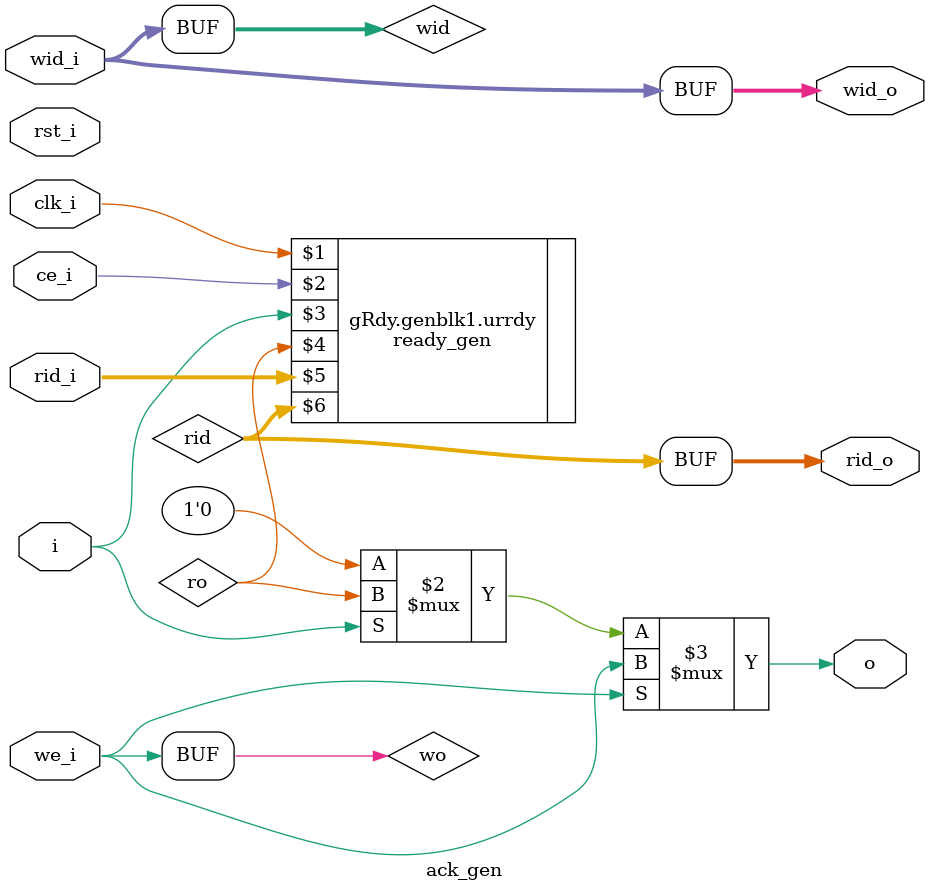
<source format=sv>
`timescale 1 ns / 1 ns
module ack_gen(rst_i, clk_i, ce_i, i, rid_i, we_i, wid_i, o, rid_o, wid_o);
input rst_i;
input clk_i;
input ce_i;
input i;
input [3:0] rid_i;
input we_i;
input [3:0] wid_i;
output reg o;
output reg [3:0] rid_o;
output reg [3:0] wid_o;
parameter READ_STAGES = 3;
parameter WRITE_STAGES = 0;
parameter ACK_LEVEL = 1'b0;
parameter REGISTER_OUTPUT = 1'b0;

wire ro, wo;
wire [3:0] rid, wid;
generate begin : gRdy
if (READ_STAGES==0) begin
assign ro = 0;
assign rid = rid_i;
end
else begin
ready_gen #(READ_STAGES) urrdy (clk_i, ce_i, i, ro, rid_i, rid);
end
if (WRITE_STAGES==0) begin
assign wo = we_i;
assign wid = wid_i;
end
else begin
ready_gen #(WRITE_STAGES) uwrdy (clk_i, ce_i, we_i, wo, wid_i, wid);
end
if (REGISTER_OUTPUT) begin
always @(posedge clk_i)
if (rst_i)
	o <= 1'b0;
else
	o <= we_i ? wo : (i ? ro : ACK_LEVEL);
always @(posedge clk_i)
	rid_o <= rid;
always @(posedge clk_i)
	wid_o <= wid;
end
else begin
always @*
	o <= we_i ? wo : (i ? ro : ACK_LEVEL);
always @*
	rid_o <= rid;
always @*
	wid_o <= wid;
end
end
endgenerate

endmodule

</source>
